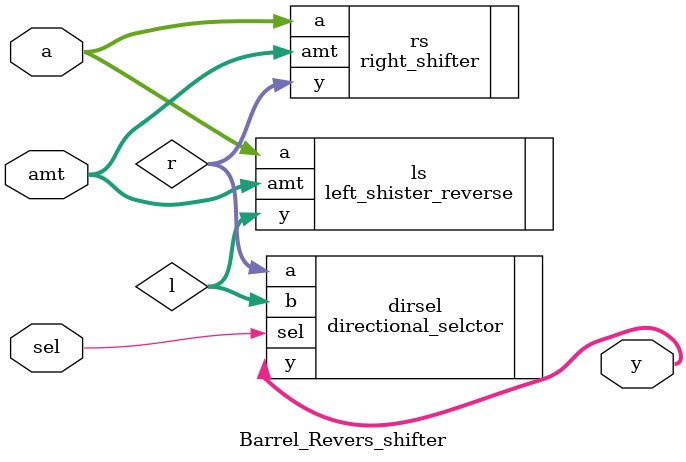
<source format=v>
`timescale 1ns / 1ps
module Barrel_Revers_shifter(
     input wire [7:0] a,
     input wire [2:0] amt,
	  input sel,
     output wire [7:0] y

    );
		wire [7:0] r;
		wire [7:0] l;
		
		right_shifter rs (.a(a), .amt(amt), .y(r));
		left_shister_reverse ls (.a(a), .amt(amt), .y(l));
		directional_selctor dirsel(.sel(sel), .a(r), .b(l), .y(y));

endmodule
</source>
